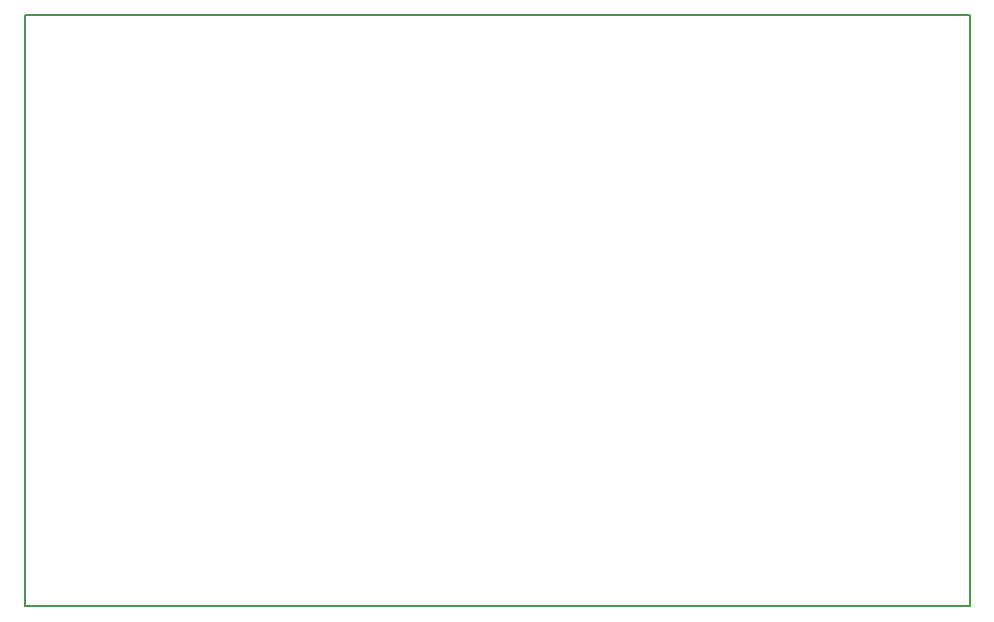
<source format=gbr>
G04 #@! TF.GenerationSoftware,KiCad,Pcbnew,(6.0.7)*
G04 #@! TF.CreationDate,2023-09-02T21:04:06+09:00*
G04 #@! TF.ProjectId,MD_DRV8332,4d445f44-5256-4383-9333-322e6b696361,rev?*
G04 #@! TF.SameCoordinates,Original*
G04 #@! TF.FileFunction,Profile,NP*
%FSLAX46Y46*%
G04 Gerber Fmt 4.6, Leading zero omitted, Abs format (unit mm)*
G04 Created by KiCad (PCBNEW (6.0.7)) date 2023-09-02 21:04:06*
%MOMM*%
%LPD*%
G01*
G04 APERTURE LIST*
G04 #@! TA.AperFunction,Profile*
%ADD10C,0.200000*%
G04 #@! TD*
G04 APERTURE END LIST*
D10*
X100000000Y-100000000D02*
X180000000Y-100000000D01*
X180000000Y-100000000D02*
X180000000Y-150000000D01*
X180000000Y-150000000D02*
X100000000Y-150000000D01*
X100000000Y-150000000D02*
X100000000Y-100000000D01*
M02*

</source>
